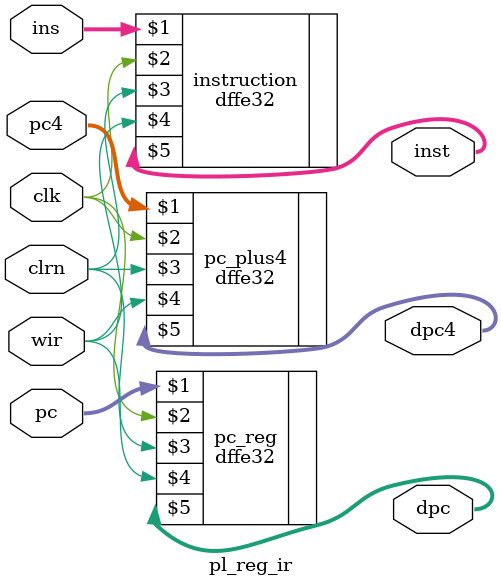
<source format=v>
/************************************************
  The Verilog HDL code example is from the book
  Computer Principles and Design in Verilog HDL
  by Yamin Li, published by A JOHN WILEY & SONS
************************************************/
module pl_reg_ir (pc,pc4,ins,wir,clk,clrn,dpc,dpc4,inst);   // IF/ID pipeline register
    input         clk, clrn;                      // clock and reset
    input         wir;                            // write enable
    input  [31:0] pc;                             // pc  in IF stage
    input  [31:0] pc4;                            // pc + 4 in IF stage
    input  [31:0] ins;                            // instruction in IF stage
    output [31:0] dpc;                            // pc     in ID stage
    output [31:0] dpc4;                           // pc + 4 in ID stage
    output [31:0] inst;                           // instruction in ID stage
    // dffe32          (d,  clk,clrn,e,  q);
    dffe32 pc_reg      (pc, clk,clrn,wir,dpc);    // pc   register
    dffe32 pc_plus4    (pc4,clk,clrn,wir,dpc4);   // pc+4 register
    dffe32 instruction (ins,clk,clrn,wir,inst);   // inst register
endmodule

</source>
